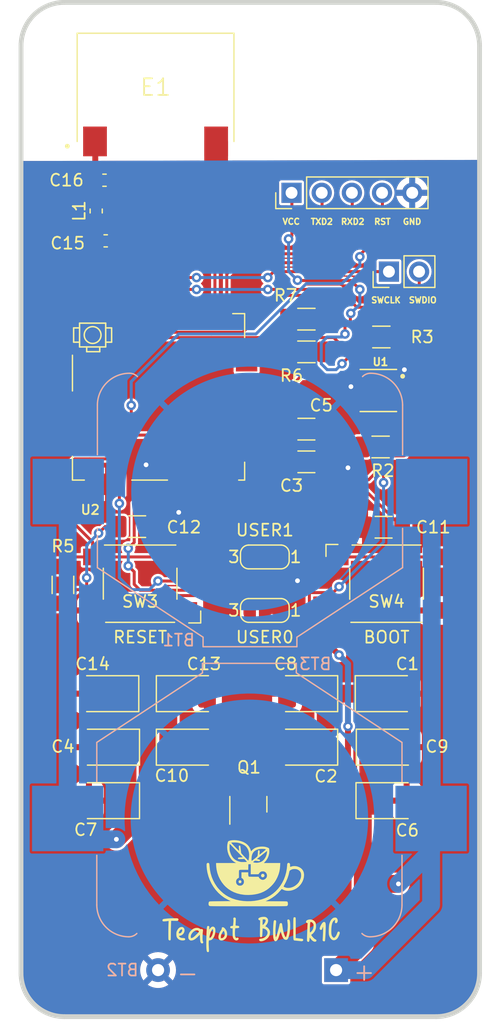
<source format=kicad_pcb>
(kicad_pcb (version 20211014) (generator pcbnew)
  (title_block (title "Teapot BWLR1C") (date "2022-08-24") (rev "1") (company "Teapot Laboratories"))
  (layers (0 "F.Cu" signal) (31 "B.Cu" signal) (34 "B.Paste" user) (35 "F.Paste" user) (36 "B.SilkS" user "B.Silkscreen") (37 "F.SilkS" user "F.Silkscreen") (38 "B.Mask" user) (39 "F.Mask" user) (44 "Edge.Cuts" user))
  (net 0 "")
  (net 1 "/BATT+")
  (net 2 "GND")
  (net 3 "/USER0")
  (net 4 "VCC")
  (net 5 "/USER1")
  (net 6 "/RST")
  (net 7 "/SWDIO")
  (net 8 "/SWCLK")
  (net 9 "/RXD2")
  (net 10 "/TXD2")
  (net 11 "/RF")
  (net 12 "Net-(R2-Pad2)")
  (net 13 "Net-(R3-Pad2)")
  (net 14 "/SDA")
  (net 15 "/SCL")
  (net 16 "Net-(SW4-Pad1)")
  (net 31 "Net-(C16-Pad2)")
  (footprint "Capacitor_SMD:C_1206_3216Metric_Pad1.33x1.80mm_HandSolder" (layer "F.Cu") (at 158 58.75 180)
    (fp_text reference "C5")
    (fp_text value "100nF")
  )
  (footprint "Button_Switch_SMD:SW_SPST_Omron_B3FS-100xP" (layer "F.Cu") (at 164.75 71.75)
    (fp_text reference "SW4")
    (fp_text value "BOOT")
  )
  (footprint "Teapot:EdgeCut_BWLR1C" (layer "F.Cu") (at 152.27 71.08)
    (fp_text reference "REF**")
    (fp_text value "EdgeCut_BWLR1C")
    (fp_line (start 19.239175 -47.15569) (end 19.239175 -47.15569) (layer "Edge.Cuts") (width 0.402166))
    (fp_line (start -16.070509 -47.937915) (end -15.904756 -48.003269) (layer "Edge.Cuts") (width 0.402166))
    (fp_line (start -18.135666 34.520643) (end -18.184851 34.347437) (layer "Edge.Cuts") (width 0.402166))
    (fp_line (start 20.150461 -45.636299) (end 20.198152 -45.46444) (layer "Edge.Cuts") (width 0.402166))
    (fp_line (start -17.103942 -47.276546) (end -16.971503 -47.391268) (layer "Edge.Cuts") (width 0.402166))
    (fp_line (start -16.070507 36.798411) (end -16.232188 36.725316) (layer "Edge.Cuts") (width 0.402166))
    (fp_line (start 18.078978 36.798411) (end 17.913226 36.863765) (layer "Edge.Cuts") (width 0.402166))
    (fp_line (start 16.658232 37.085245) (end 16.658232 37.085245) (layer "Edge.Cuts") (width 0.402166))
    (fp_line (start -17.46628 35.756985) (end -17.574637 35.619099) (layer "Edge.Cuts") (width 0.402166))
    (fp_line (start -18.184851 34.347437) (end -18.225608 34.170847) (layer "Edge.Cuts") (width 0.402166))
    (fp_line (start 19.77981 35.327904) (end 19.68487 35.475996) (layer "Edge.Cuts") (width 0.402166))
    (fp_line (start 18.217816 -47.874782) (end 18.376983 -47.794756) (layer "Edge.Cuts") (width 0.402166))
    (fp_line (start 17.719781 -48.066978) (end 17.888916 -48.011017) (layer "Edge.Cuts") (width 0.402166))
    (fp_line (start 19.239173 36.016186) (end 19.112411 36.137042) (layer "Edge.Cuts") (width 0.402166))
    (fp_line (start 17.214092 37.043189) (end 17.031424 37.066401) (layer "Edge.Cuts") (width 0.402166))
    (fp_line (start 20.198152 -45.46444) (end 20.237451 -45.290155) (layer "Edge.Cuts") (width 0.402166))
    (fp_line (start -16.833616 36.36012) (end -16.971502 36.251764) (layer "Edge.Cuts") (width 0.402166))
    (fp_line (start 17.393835 37.01109) (end 17.214092 37.043189) (layer "Edge.Cuts") (width 0.402166))
    (fp_line (start 20.266176 33.991103) (end 20.234077 34.170847) (layer "Edge.Cuts") (width 0.402166))
    (fp_line (start -18.295015 -44.762579) (end -18.28092 -44.947942) (layer "Edge.Cuts") (width 0.402166))
    (fp_line (start 20.086751 34.690238) (end 20.021397 34.85599) (layer "Edge.Cuts") (width 0.402166))
    (fp_line (start -15.385364 37.01109) (end -15.561954 36.970334) (layer "Edge.Cuts") (width 0.402166))
    (fp_line (start -16.54242 36.556823) (end -16.690512 36.461883) (layer "Edge.Cuts") (width 0.402166))
    (fp_line (start 19.958265 -46.134334) (end 20.030393 -45.971545) (layer "Edge.Cuts") (width 0.402166))
    (fp_line (start -18.135668 -45.660149) (end -18.078283 -45.829743) (layer "Edge.Cuts") (width 0.402166))
    (fp_line (start -17.6764 35.475996) (end -17.77134 35.327904) (layer "Edge.Cuts") (width 0.402166))
    (fp_line (start -17.10394 36.137042) (end -17.230703 36.016186) (layer "Edge.Cuts") (width 0.402166))
    (fp_line (start -18.078283 -45.829743) (end -18.012929 -45.995495) (layer "Edge.Cuts") (width 0.402166))
    (fp_line (start -18.299763 33.435243) (end -18.299764 -44.57475) (layer "Edge.Cuts") (width 0.402166))
    (fp_line (start -15.735162 -48.060654) (end -15.561956 -48.109839) (layer "Edge.Cuts") (width 0.402166))
    (fp_line (start -17.351559 35.889424) (end -17.46628 35.756985) (layer "Edge.Cuts") (width 0.402166))
    (fp_line (start -15.205622 -48.182694) (end -15.022955 -48.205906) (layer "Edge.Cuts") (width 0.402166))
    (fp_line (start 17.031424 37.066401) (end 16.846061 37.080496) (layer "Edge.Cuts") (width 0.402166))
    (fp_line (start 19.363984 -47.024537) (end 19.481639 -46.887966) (layer "Edge.Cuts") (width 0.402166))
    (fp_line (start -14.649762 37.085245) (end -14.649762 37.085245) (layer "Edge.Cuts") (width 0.402166))
    (fp_line (start 17.01899 -48.20689) (end 17.197227 -48.18475) (layer "Edge.Cuts") (width 0.402166))
    (fp_line (start 20.308232 33.435243) (end 20.303483 33.623072) (layer "Edge.Cuts") (width 0.402166))
    (fp_line (start 18.550891 36.556823) (end 18.39804 36.644711) (layer "Edge.Cuts") (width 0.402166))
    (fp_line (start -15.904756 -48.003269) (end -15.735162 -48.060654) (layer "Edge.Cuts") (width 0.402166))
    (fp_line (start -15.904755 36.863765) (end -16.070507 36.798411) (layer "Edge.Cuts") (width 0.402166))
    (fp_line (start 17.547922 -48.11467) (end 17.719781 -48.066978) (layer "Edge.Cuts") (width 0.402166))
    (fp_line (start 20.234077 34.170847) (end 20.193321 34.347437) (layer "Edge.Cuts") (width 0.402166))
    (fp_line (start 20.021397 34.85599) (end 19.948303 35.017672) (layer "Edge.Cuts") (width 0.402166))
    (fp_line (start 16.658232 37.085245) (end -14.649762 37.085245) (layer "Edge.Cuts") (width 0.402166))
    (fp_line (start 20.303746 -44.755743) (end 20.308232 -44.57475) (layer "Edge.Cuts") (width 0.402166))
    (fp_line (start -17.939833 35.017672) (end -18.012928 34.85599) (layer "Edge.Cuts") (width 0.402166))
    (fp_line (start -14.649762 37.085245) (end -14.83759 37.080496) (layer "Edge.Cuts") (width 0.402166))
    (fp_line (start 19.592016 -46.746279) (end 19.694991 -46.599772) (layer "Edge.Cuts") (width 0.402166))
    (fp_line (start -15.561954 36.970334) (end -15.735161 36.921149) (layer "Edge.Cuts") (width 0.402166))
    (fp_line (start -18.012929 -45.995495) (end -17.939835 -46.157176) (layer "Edge.Cuts") (width 0.402166))
    (fp_line (start 19.108021 -47.2805) (end 19.239175 -47.15569) (layer "Edge.Cuts") (width 0.402166))
    (fp_line (start 19.948303 35.017672) (end 19.867697 35.175053) (layer "Edge.Cuts") (width 0.402166))
    (fp_line (start -18.299763 33.435243) (end -18.299763 33.435243) (layer "Edge.Cuts") (width 0.402166))
    (fp_line (start 16.658232 -48.22475) (end 16.658232 -48.22475) (layer "Edge.Cuts") (width 0.402166))
    (fp_line (start 18.97145 -47.398155) (end 19.108021 -47.2805) (layer "Edge.Cuts") (width 0.402166))
    (fp_line (start -16.971503 -47.391268) (end -16.833617 -47.499625) (layer "Edge.Cuts") (width 0.402166))
    (fp_line (start 16.658232 -48.22475) (end 16.839226 -48.220264) (layer "Edge.Cuts") (width 0.402166))
    (fp_line (start 18.532229 -47.706957) (end 18.683255 -47.611507) (layer "Edge.Cuts") (width 0.402166))
    (fp_line (start 20.237451 -45.290155) (end 20.268232 -45.113745) (layer "Edge.Cuts") (width 0.402166))
    (fp_line (start -16.389571 -47.784215) (end -16.23219 -47.864821) (layer "Edge.Cuts") (width 0.402166))
    (fp_line (start 18.829762 -47.508532) (end 18.97145 -47.398155) (layer "Edge.Cuts") (width 0.402166))
    (fp_line (start 19.68487 35.475996) (end 19.583107 35.619099) (layer "Edge.Cuts") (width 0.402166))
    (fp_line (start -18.299764 -44.57475) (end -18.299764 -44.57475) (layer "Edge.Cuts") (width 0.402166))
    (fp_line (start 19.112411 36.137042) (end 18.979972 36.251764) (layer "Edge.Cuts") (width 0.402166))
    (fp_line (start 18.376983 -47.794756) (end 18.532229 -47.706957) (layer "Edge.Cuts") (width 0.402166))
    (fp_line (start -15.735161 36.921149) (end -15.904755 36.863765) (layer "Edge.Cuts") (width 0.402166))
    (fp_line (start -18.225608 34.170847) (end -18.257707 33.991103) (layer "Edge.Cuts") (width 0.402166))
    (fp_line (start 18.683255 -47.611507) (end 18.829762 -47.508532) (layer "Edge.Cuts") (width 0.402166))
    (fp_line (start -17.230704 -47.15569) (end -17.103942 -47.276546) (layer "Edge.Cuts") (width 0.402166))
    (fp_line (start 19.878239 -46.293501) (end 19.958265 -46.134334) (layer "Edge.Cuts") (width 0.402166))
    (fp_line (start 18.39804 36.644711) (end 18.240659 36.725316) (layer "Edge.Cuts") (width 0.402166))
    (fp_line (start 17.743632 36.921149) (end 17.570425 36.970334) (layer "Edge.Cuts") (width 0.402166))
    (fp_line (start -18.299764 -44.57475) (end -18.299764 -44.57475) (layer "Edge.Cuts") (width 0.402166))
    (fp_line (start 17.888916 -48.011017) (end 18.055027 -47.946911) (layer "Edge.Cuts") (width 0.402166))
    (fp_line (start -18.225609 -45.310353) (end -18.184853 -45.486942) (layer "Edge.Cuts") (width 0.402166))
    (fp_line (start -15.385366 -48.150595) (end -15.205622 -48.182694) (layer "Edge.Cuts") (width 0.402166))
    (fp_line (start -18.078282 34.690238) (end -18.135666 34.520643) (layer "Edge.Cuts") (width 0.402166))
    (fp_line (start -15.022953 37.066401) (end -15.205621 37.043189) (layer "Edge.Cuts") (width 0.402166))
    (fp_line (start 17.913226 36.863765) (end 17.743632 36.921149) (layer "Edge.Cuts") (width 0.402166))
    (fp_line (start -17.230703 36.016186) (end -17.351559 35.889424) (layer "Edge.Cuts") (width 0.402166))
    (fp_line (start 19.867697 35.175053) (end 19.77981 35.327904) (layer "Edge.Cuts") (width 0.402166))
    (fp_line (start -16.971502 36.251764) (end -17.10394 36.137042) (layer "Edge.Cuts") (width 0.402166))
    (fp_line (start -17.466282 -46.896489) (end -17.35156 -47.028928) (layer "Edge.Cuts") (width 0.402166))
    (fp_line (start -14.83759 37.080496) (end -15.022953 37.066401) (layer "Edge.Cuts") (width 0.402166))
    (fp_line (start 19.583107 35.619099) (end 19.474751 35.756985) (layer "Edge.Cuts") (width 0.402166))
    (fp_line (start 19.239175 -47.15569) (end 19.363984 -47.024537) (layer "Edge.Cuts") (width 0.402166))
    (fp_line (start -15.022955 -48.205906) (end -14.837592 -48.220001) (layer "Edge.Cuts") (width 0.402166))
    (fp_line (start -16.833617 -47.499625) (end -16.690514 -47.601388) (layer "Edge.Cuts") (width 0.402166))
    (fp_line (start 16.846061 37.080496) (end 16.658232 37.085245) (layer "Edge.Cuts") (width 0.402166))
    (fp_line (start 18.055027 -47.946911) (end 18.217816 -47.874782) (layer "Edge.Cuts") (width 0.402166))
    (fp_line (start 19.474751 35.756985) (end 19.360029 35.889424) (layer "Edge.Cuts") (width 0.402166))
    (fp_line (start 20.289388 33.808435) (end 20.266176 33.991103) (layer "Edge.Cuts") (width 0.402166))
    (fp_line (start 19.694991 -46.599772) (end 19.79044 -46.448746) (layer "Edge.Cuts") (width 0.402166))
    (fp_line (start -18.184853 -45.486942) (end -18.135668 -45.660149) (layer "Edge.Cuts") (width 0.402166))
    (fp_line (start -17.676402 -46.6155) (end -17.574639 -46.758604) (layer "Edge.Cuts") (width 0.402166))
    (fp_line (start 20.030393 -45.971545) (end 20.0945 -45.805434) (layer "Edge.Cuts") (width 0.402166))
    (fp_line (start 19.481639 -46.887966) (end 19.592016 -46.746279) (layer "Edge.Cuts") (width 0.402166))
    (fp_line (start 20.268232 -45.113745) (end 20.290371 -44.935508) (layer "Edge.Cuts") (width 0.402166))
    (fp_line (start -17.574639 -46.758604) (end -17.466282 -46.896489) (layer "Edge.Cuts") (width 0.402166))
    (fp_line (start -16.542422 -47.696328) (end -16.389571 -47.784215) (layer "Edge.Cuts") (width 0.402166))
    (fp_line (start 20.0945 -45.805434) (end 20.150461 -45.636299) (layer "Edge.Cuts") (width 0.402166))
    (fp_line (start -18.295014 33.623072) (end -18.299763 33.435243) (layer "Edge.Cuts") (width 0.402166))
    (fp_line (start -18.28092 -44.947942) (end -18.257708 -45.130609) (layer "Edge.Cuts") (width 0.402166))
    (fp_line (start 20.193321 34.347437) (end 20.144136 34.520643) (layer "Edge.Cuts") (width 0.402166))
    (fp_line (start 18.979972 36.251764) (end 18.842087 36.36012) (layer "Edge.Cuts") (width 0.402166))
    (fp_line (start -14.649763 -48.22475) (end -14.649763 -48.22475) (layer "Edge.Cuts") (width 0.402166))
    (fp_line (start -15.205621 37.043189) (end -15.385364 37.01109) (layer "Edge.Cuts") (width 0.402166))
    (fp_line (start 16.839226 -48.220264) (end 17.01899 -48.20689) (layer "Edge.Cuts") (width 0.402166))
    (fp_line (start -16.389569 36.644711) (end -16.54242 36.556823) (layer "Edge.Cuts") (width 0.402166))
    (fp_line (start -16.232188 36.725316) (end -16.389569 36.644711) (layer "Edge.Cuts") (width 0.402166))
    (fp_line (start 20.144136 34.520643) (end 20.086751 34.690238) (layer "Edge.Cuts") (width 0.402166))
    (fp_line (start -18.257708 -45.130609) (end -18.225609 -45.310353) (layer "Edge.Cuts") (width 0.402166))
    (fp_line (start -14.649763 -48.22475) (end 16.658232 -48.22475) (layer "Edge.Cuts") (width 0.402166))
    (fp_line (start 17.373638 -48.153969) (end 17.547922 -48.11467) (layer "Edge.Cuts") (width 0.402166))
    (fp_line (start 17.570425 36.970334) (end 17.393835 37.01109) (layer "Edge.Cuts") (width 0.402166))
    (fp_line (start -18.257707 33.991103) (end -18.280918 33.808435) (layer "Edge.Cuts") (width 0.402166))
    (fp_line (start 20.308232 -44.57475) (end 20.308232 33.435243) (layer "Edge.Cuts") (width 0.402166))
    (fp_line (start -17.859229 -46.314557) (end -17.771342 -46.467408) (layer "Edge.Cuts") (width 0.402166))
    (fp_line (start 20.308232 33.435243) (end 20.308232 33.435243) (layer "Edge.Cuts") (width 0.402166))
    (fp_line (start 18.240659 36.725316) (end 18.078978 36.798411) (layer "Edge.Cuts") (width 0.402166))
    (fp_line (start 20.303483 33.623072) (end 20.289388 33.808435) (layer "Edge.Cuts") (width 0.402166))
    (fp_line (start -17.859228 35.175053) (end -17.939833 35.017672) (layer "Edge.Cuts") (width 0.402166))
    (fp_line (start -18.280918 33.808435) (end -18.295014 33.623072) (layer "Edge.Cuts") (width 0.402166))
    (fp_line (start -17.35156 -47.028928) (end -17.230704 -47.15569) (layer "Edge.Cuts") (width 0.402166))
    (fp_line (start -17.939835 -46.157176) (end -17.859229 -46.314557) (layer "Edge.Cuts") (width 0.402166))
    (fp_line (start 18.842087 36.36012) (end 18.698983 36.461883) (layer "Edge.Cuts") (width 0.402166))
    (fp_line (start -17.77134 35.327904) (end -17.859228 35.175053) (layer "Edge.Cuts") (width 0.402166))
    (fp_line (start -16.690514 -47.601388) (end -16.542422 -47.696328) (layer "Edge.Cuts") (width 0.402166))
    (fp_line (start -18.299764 -44.57475) (end -18.295015 -44.762579) (layer "Edge.Cuts") (width 0.402166))
    (fp_line (start -17.574637 35.619099) (end -17.6764 35.475996) (layer "Edge.Cuts") (width 0.402166))
    (fp_line (start -18.012928 34.85599) (end -18.078282 34.690238) (layer "Edge.Cuts") (width 0.402166))
    (fp_line (start 19.360029 35.889424) (end 19.239173 36.016186) (layer "Edge.Cuts") (width 0.402166))
    (fp_line (start 19.79044 -46.448746) (end 19.878239 -46.293501) (layer "Edge.Cuts") (width 0.402166))
    (fp_line (start -17.771342 -46.467408) (end -17.676402 -46.6155) (layer "Edge.Cuts") (width 0.402166))
    (fp_line (start 20.308232 -44.57475) (end 20.308232 -44.57475) (layer "Edge.Cuts") (width 0.402166))
    (fp_line (start 20.290371 -44.935508) (end 20.303746 -44.755743) (layer "Edge.Cuts") (width 0.402166))
    (fp_line (start 18.698983 36.461883) (end 18.550891 36.556823) (layer "Edge.Cuts") (width 0.402166))
    (fp_line (start -16.23219 -47.864821) (end -16.070509 -47.937915) (layer "Edge.Cuts") (width 0.402166))
    (fp_line (start -15.561956 -48.109839) (end -15.385366 -48.150595) (layer "Edge.Cuts") (width 0.402166))
    (fp_line (start 17.197227 -48.18475) (end 17.373638 -48.153969) (layer "Edge.Cuts") (width 0.402166))
    (fp_line (start -14.837592 -48.220001) (end -14.649763 -48.22475) (layer "Edge.Cuts") (width 0.402166))
    (fp_line (start -16.690512 36.461883) (end -16.833616 36.36012) (layer "Edge.Cuts") (width 0.402166))
  )
  (footprint "Resistor_SMD:R_1206_3216Metric_Pad1.30x1.75mm_HandSolder" (layer "F.Cu") (at 158 49.5)
    (fp_text reference "R7")
    (fp_text value "10K")
  )
  (footprint "Jumper:SolderJumper-3_P1.3mm_Bridged12_RoundedPad1.0x1.5mm_NumberLabels" (layer "F.Cu") (at 154.5 74 180)
    (fp_text reference "JP1")
    (fp_text value "USER0")
  )
  (footprint "Capacitor_Tantalum_SMD:CP_EIA-3528-15_AVX-H_Pad1.50x2.35mm_HandSolder" (layer "F.Cu") (at 164.8375 85.5)
    (fp_text reference "C9")
    (fp_text value "330uF")
  )
  (footprint "Resistor_SMD:R_1206_3216Metric_Pad1.30x1.75mm_HandSolder" (layer "F.Cu") (at 164.25 60.25 180)
    (fp_text reference "R2")
    (fp_text value "10K")
  )
  (footprint "Capacitor_Tantalum_SMD:CP_EIA-3528-15_AVX-H_Pad1.50x2.35mm_HandSolder" (layer "F.Cu") (at 158 81 180)
    (fp_text reference "C8")
    (fp_text value "330uF")
  )
  (footprint "Capacitor_Tantalum_SMD:CP_EIA-3528-15_AVX-H_Pad1.50x2.35mm_HandSolder" (layer "F.Cu") (at 148 85.5)
    (fp_text reference "C10")
    (fp_text value "330uF")
  )
  (footprint "Capacitor_Tantalum_SMD:CP_EIA-3528-15_AVX-H_Pad1.50x2.35mm_HandSolder" (layer "F.Cu") (at 158 85.5 180)
    (fp_text reference "C2")
    (fp_text value "330uF")
  )
  (footprint "Capacitor_Tantalum_SMD:CP_EIA-3528-15_AVX-H_Pad1.50x2.35mm_HandSolder" (layer "F.Cu") (at 141.3125 85.5 180)
    (fp_text reference "C4")
    (fp_text value "330uF")
  )
  (footprint "Teapot:TextLogo_Teapot" (layer "F.Cu") (at 149.3 101.3)
    (fp_text reference "G***")
    (fp_text value "LOGO" hide)
  )
  (footprint "Capacitor_SMD:C_1206_3216Metric_Pad1.33x1.80mm_HandSolder" (layer "F.Cu") (at 143.75 66.95 180)
    (fp_text reference "C12")
    (fp_text value "100nF")
  )
  (footprint "Resistor_SMD:R_1206_3216Metric_Pad1.30x1.75mm_HandSolder" (layer "F.Cu") (at 137.5 71.85 90)
    (fp_text reference "R5")
    (fp_text value "1K")
  )
  (footprint "Teapot:XDCR_ANT-915-USP410" (layer "F.Cu") (at 145.3 30)
    (fp_text reference "E1")
    (fp_text value "ANT-915-USP410")
  )
  (footprint "Button_Switch_SMD:SW_SPST_Omron_B3FS-100xP" (layer "F.Cu") (at 144 71.75 180)
    (fp_text reference "SW3")
    (fp_text value "RESET")
  )
  (footprint "Capacitor_Tantalum_SMD:CP_EIA-3528-15_AVX-H_Pad1.50x2.35mm_HandSolder" (layer "F.Cu") (at 148 81)
    (fp_text reference "C13")
    (fp_text value "330uF")
  )
  (footprint "Capacitor_Tantalum_SMD:CP_EIA-3528-15_AVX-H_Pad1.50x2.35mm_HandSolder" (layer "F.Cu") (at 141.25 81 180)
    (fp_text reference "C14")
    (fp_text value "330uF")
  )
  (footprint "Resistor_SMD:R_1206_3216Metric_Pad1.30x1.75mm_HandSolder" (layer "F.Cu") (at 164.3125 51)
    (fp_text reference "R3")
    (fp_text value "10K")
  )
  (footprint "Teapot:BME680-PSON80P300X300X100-8N" (layer "F.Cu") (at 164.06 55.5)
    (fp_text reference "U1")
    (fp_text value "BME680")
  )
  (footprint "Capacitor_Tantalum_SMD:CP_EIA-3528-15_AVX-H_Pad1.50x2.35mm_HandSolder" (layer "F.Cu") (at 164.8125 90)
    (fp_text reference "C6")
    (fp_text value "330uF")
  )
  (footprint "Teapot:RAK3172" (layer "F.Cu") (at 137.8 63.535)
    (fp_text reference "U2")
    (fp_text value "RAK3172")
  )
  (footprint "Capacitor_Tantalum_SMD:CP_EIA-3528-15_AVX-H_Pad1.50x2.35mm_HandSolder" (layer "F.Cu") (at 164.75 81)
    (fp_text reference "C1")
    (fp_text value "330uF")
  )
  (footprint "Resistor_SMD:R_1206_3216Metric_Pad1.30x1.75mm_HandSolder" (layer "F.Cu") (at 158 52.25)
    (fp_text reference "R6")
    (fp_text value "10K")
  )
  (footprint "Teapot:TeapotLogo" (layer "F.Cu") (at 153.227567 96.031975)
    (fp_text reference "G***")
    (fp_text value "LOGO" hide)
  )
  (footprint "Capacitor_SMD:C_1206_3216Metric_Pad1.33x1.80mm_HandSolder" (layer "F.Cu") (at 164.5 67)
    (fp_text reference "C11")
    (fp_text value "100nF")
  )
  (footprint "Connector_PinHeader_2.54mm:PinHeader_1x02_P2.54mm_Vertical" (layer "F.Cu") (at 164.95 45.5 90)
    (fp_text reference "J2")
    (fp_text value "Debug")
  )
  (footprint "Connector_PinHeader_2.54mm:PinHeader_1x05_P2.54mm_Vertical" (layer "F.Cu") (at 156.75 38.87 90)
    (fp_text reference "J1")
    (fp_text value "Program")
  )
  (footprint "Capacitor_SMD:C_0603_1608Metric" (layer "F.Cu") (at 141 37.8125 180)
    (fp_text reference "C16")
    (fp_text value "? F")
  )
  (footprint "Teapot:TextLogo_BWLR1C" (layer "F.Cu") (at 157.4 100.8)
    (fp_text reference "G***")
    (fp_text value "LOGO" hide)
  )
  (footprint "Capacitor_SMD:C_0603_1608Metric" (layer "F.Cu") (at 141.1 42.9125 180)
    (fp_text reference "C15")
    (fp_text value "? F")
  )
  (footprint "Jumper:SolderJumper-3_P1.3mm_Bridged12_RoundedPad1.0x1.5mm_NumberLabels" (layer "F.Cu") (at 154.5 69.5 180)
    (fp_text reference "JP2")
    (fp_text value "USER1")
  )
  (footprint "Package_TO_SOT_SMD:SOT-23" (layer "F.Cu") (at 153.1125 90.3 90)
    (fp_text reference "Q1")
    (fp_text value "AO3407")
  )
  (footprint "Inductor_SMD:L_0603_1608Metric" (layer "F.Cu") (at 140.3 40.4 90)
    (fp_text reference "L1")
    (fp_text value "? H")
  )
  (footprint "Capacitor_SMD:C_1206_3216Metric_Pad1.33x1.80mm_HandSolder" (layer "F.Cu") (at 158 61.5 180)
    (fp_text reference "C3")
    (fp_text value "100nF")
  )
  (footprint "Capacitor_Tantalum_SMD:CP_EIA-3528-15_AVX-H_Pad1.50x2.35mm_HandSolder" (layer "F.Cu") (at 141.3125 90 180)
    (fp_text reference "C7")
    (fp_text value "330uF")
  )
  (footprint "Teapot:BatteryHolder_Keystone_3008_1x2450" (layer "B.Cu") (at 153.2 91.5 180)
    (fp_text reference "BT3")
    (fp_text value "CR2450")
  )
  (footprint "Teapot:BatteryHolder_Keystone_2462_2xAA" (layer "B.Cu") (at 160.5 104.25 90)
    (fp_text reference "BT2")
    (fp_text value "2x AA")
  )
  (footprint "Teapot:BatteryHolder_Keystone_3008_1x2450" (layer "B.Cu") (at 153.25 64)
    (fp_text reference "BT1")
    (fp_text value "CR2450")
  )
  (gr_text "GND" (at 166.9 41.3) (layer "F.SilkS") (effects (font (size 0.5 0.5) (thickness 0.125))))
  (gr_text "SWCLK" (at 164.7 47.9) (layer "F.SilkS") (effects (font (size 0.5 0.5) (thickness 0.125))))
  (gr_text "TXD2\n" (at 159.3 41.3) (layer "F.SilkS") (effects (font (size 0.5 0.5) (thickness 0.125))))
  (gr_text "VCC" (at 156.72 41.29) (layer "F.SilkS") (effects (font (size 0.5 0.5) (thickness 0.125))))
  (gr_text "RXD2" (at 161.9 41.3) (layer "F.SilkS") (effects (font (size 0.5 0.5) (thickness 0.125))))
  (gr_text "SWDIO" (at 167.8 47.9) (layer "F.SilkS") (effects (font (size 0.5 0.5) (thickness 0.125))))
  (gr_text "RST" (at 164.4 41.3) (layer "F.SilkS") (effects (font (size 0.5 0.5) (thickness 0.125))))
  (segment (start 152.75 89) (end 153.1125 89.3625) (width 1.5) (layer "F.Cu") (net 1))
  (segment (start 142.9375 81.0625) (end 142.875 81) (width 1.5) (layer "F.Cu") (net 1))
  (segment (start 163.2125 85.5) (end 163.2125 89.975) (width 1.5) (layer "F.Cu") (net 1))
  (segment (start 162.75 98) (end 162.75 90.4375) (width 1.5) (layer "F.Cu") (net 1))
  (segment (start 163.125 81) (end 163.125 85.4125) (width 1.5) (layer "F.Cu") (net 1))
  (segment (start 163.2125 89.975) (end 163.1875 90) (width 1.5) (layer "F.Cu") (net 1))
  (segment (start 163.75 97) (end 162.75 98) (width 1.5) (layer "F.Cu") (net 1))
  (segment (start 158.3875 89.3625) (end 159.625 88.125) (width 1.5) (layer "F.Cu") (net 1))
  (segment (start 142.9375 90) (end 142.9375 85.5) (width 1.5) (layer "F.Cu") (net 1))
  (segment (start 160.5 104.25) (end 162.75 102) (width 1.5) (layer "F.Cu") (net 1))
  (segment (start 149.25 89) (end 152.75 89) (width 1.5) (layer "F.Cu") (net 1))
  (segment (start 142.875 81) (end 146.375 81) (width 1.5) (layer "F.Cu") (net 1))
  (segment (start 142.9375 92.3125) (end 142 93.25) (width 1.5) (layer "F.Cu") (net 1))
  (segment (start 142.9375 90) (end 142.9375 92.3125) (width 1.5) (layer "F.Cu") (net 1))
  (segment (start 142.9375 85.5) (end 142.9375 81.0625) (width 1.5) (layer "F.Cu") (net 1))
  (segment (start 163.125 85.4125) (end 163.2125 85.5) (width 1.5) (layer "F.Cu") (net 1))
  (segment (start 162.75 90.4375) (end 163.1875 90) (width 1.5) (layer "F.Cu") (net 1))
  (segment (start 148.25 90) (end 149.25 89) (width 1.5) (layer "F.Cu") (net 1))
  (segment (start 159.625 81) (end 163.125 81) (width 1.5) (layer "F.Cu") (net 1))
  (segment (start 146.375 81) (end 146.375 85.5) (width 1.5) (layer "F.Cu") (net 1))
  (segment (start 159.625 85.5) (end 159.625 81) (width 1.5) (layer "F.Cu") (net 1))
  (segment (start 162.75 102) (end 162.75 98) (width 1.5) (layer "F.Cu") (net 1))
  (segment (start 159.625 88.125) (end 159.625 85.5) (width 1.5) (layer "F.Cu") (net 1))
  (segment (start 153.1125 89.3625) (end 158.3875 89.3625) (width 1.5) (layer "F.Cu") (net 1))
  (segment (start 142.9375 90) (end 148.25 90) (width 1.5) (layer "F.Cu") (net 1))
  (segment (start 165.75 97) (end 163.75 97) (width 1.5) (layer "F.Cu") (net 1))
  (via (at 142 93.25) (size 0.8) (drill 0.4) (layers "F.Cu" "B.Cu") (net 1))
  (via (at 165.75 97) (size 0.8) (drill 0.4) (layers "F.Cu" "B.Cu") (net 1))
  (segment (start 139.65 93.25) (end 137.9 91.5) (width 1.5) (layer "B.Cu") (net 1))
  (segment (start 168.55 64) (end 168.55 91.45) (width 1.5) (layer "B.Cu") (net 1))
  (segment (start 168.5 91.5) (end 168.5 94.25) (width 1.5) (layer "B.Cu") (net 1))
  (segment (start 168.5 94.25) (end 165.75 97) (width 1.5) (layer "B.Cu") (net 1))
  (segment (start 160.5 104.25) (end 163 104.25) (width 1.5) (layer "B.Cu") (net 1))
  (segment (start 168.55 91.45) (end 168.5 91.5) (width 1.5) (layer "B.Cu") (net 1))
  (segment (start 168.5 98.75) (end 168.5 91.5) (width 1.5) (layer "B.Cu") (net 1))
  (segment (start 137.9 64.05) (end 137.95 64) (width 1.5) (layer "B.Cu") (net 1))
  (segment (start 163 104.25) (end 168.5 98.75) (width 1.5) (layer "B.Cu") (net 1))
  (segment (start 142 93.25) (end 139.65 93.25) (width 1.5) (layer "B.Cu") (net 1))
  (segment (start 137.9 91.5) (end 137.9 64.05) (width 1.5) (layer "B.Cu") (net 1))
  (segment (start 161 61.5) (end 161.5 62) (width 0.5) (layer "F.Cu") (net 2))
  (segment (start 156.75 69.5) (end 157 69.75) (width 0.25) (layer "F.Cu") (net 2))
  (segment (start 165.25 54.3) (end 165.7 54.3) (width 0.25) (layer "F.Cu") (net 2))
  (segment (start 159.5625 58.75) (end 160 58.75) (width 0.5) (layer "F.Cu") (net 2))
  (segment (start 139.6875 81.0625) (end 139.625 81) (width 1.5) (layer "F.Cu") (net 2))
  (segment (start 162.875 55.1) (end 161.8255 55.1) (width 0.25) (layer "F.Cu") (net 2))
  (segment (start 159.5625 61.5) (end 161 61.5) (width 0.5) (layer "F.Cu") (net 2))
  (segment (start 157.25 70) (end 157.25 71.5) (width 0.25) (layer "F.Cu") (net 2))
  (segment (start 155.8 69.5) (end 155.8 74) (width 0.25) (layer "F.Cu") (net 2))
  (segment (start 165.7 54.3) (end 166.25 53.75) (width 0.25) (layer "F.Cu") (net 2))
  (segment (start 161.8255 55.1) (end 161.75 55.1755) (width 0.25) (layer "F.Cu") (net 2))
  (segment (start 145.3125 66.95) (end 145.3125 67.487248) (width 0.25) (layer "F.Cu") (net 2))
  (segment (start 141.8625 37.9) (end 141.775 37.8125) (width 0.5) (layer "F.Cu") (net 2))
  (segment (start 150.4 37.9) (end 150.4 34.55) (width 0.5) (layer "F.Cu") (net 2))
  (segment (start 159.5625 58.75) (end 159.5625 61.5) (width 0.5) (layer "F.Cu") (net 2))
  (segment (start 155.8 69.5) (end 156.75 69.5) (width 0.25) (layer "F.Cu") (net 2))
  (segment (start 150.4 37.3) (end 150.4 34.6) (width 2) (layer "F.Cu") (net 2))
  (segment (start 150.4 37.9) (end 141.8625 37.9) (width 0.5) (layer "F.Cu") (net 2))
  (segment (start 157 69.75) (end 157.25 70) (width 0.25) (layer "F.Cu") (net 2))
  (via (at 157.25 71.5) (size 0.8) (drill 0.4) (layers "F.Cu" "B.Cu") (net 2))
  (via (at 161.75 55.1755) (size 0.8) (drill 0.4) (layers "F.Cu" "B.Cu") (net 2))
  (via (at 166.25 53.75) (size 0.8) (drill 0.4) (layers "F.Cu" "B.Cu") (net 2))
  (via (at 161.5 62) (size 0.8) (drill 0.4) (layers "F.Cu" "B.Cu") (net 2))
  (via (at 144.5 61.75) (size 0.8) (drill 0.4) (layers "F.Cu" "B.Cu") (net 2))
  (via (at 147.25 65.75) (size 0.8) (drill 0.4) (layers "F.Cu" "B.Cu") (net 2))
  (segment (start 155.25 62) (end 153.25 64) (width 0.5) (layer "B.Cu") (net 2))
  (segment (start 157.25 71.5) (end 157.25 68) (width 0.25) (layer "B.Cu") (net 2))
  (segment (start 161.5 62) (end 155.25 62) (width 0.5) (layer "B.Cu") (net 2))
  (segment (start 143 68.7755) (end 143.5 68.2755) (width 0.25) (layer "F.Cu") (net 3))
  (segment (start 143.5 71.75) (end 143.5 70.75) (width 0.25) (layer "F.Cu") (net 3))
  (segment (start 144 72.3) (end 143.5 71.8) (width 0.25) (layer "F.Cu") (net 3))
  (segment (start 154.5 74) (end 154.5 73) (width 0.25) (layer "F.Cu") (net 3))
  (segment (start 143.5 68.2755) (end 143.5 65) (width 0.25) (layer "F.Cu") (net 3))
  (segment (start 143.5 65) (end 145.1 63.4) (width 0.25) (layer "F.Cu") (net 3))
  (segment (start 143.5 71.8) (end 143.5 71.75) (width 0.25) (layer "F.Cu") (net 3))
  (segment (start 153.8 72.3) (end 144 72.3) (width 0.25) (layer "F.Cu") (net 3))
  (segment (start 143.5 70.75) (end 143 70.25) (width 0.25) (layer "F.Cu") (net 3))
  (segment (start 154.5 73) (end 153.8 72.3) (width 0.25) (layer "F.Cu") (net 3))
  (segment (start 145.1 63.4) (end 147.2975 63.4) (width 0.25) (layer "F.Cu") (net 3))
  (via (at 143 68.7755) (size 0.8) (drill 0.4) (layers "F.Cu" "B.Cu") (net 3))
  (via (at 143 70.25) (size 0.8) (drill 0.4) (layers "F.Cu" "B.Cu") (net 3))
  (segment (start 143 70.25) (end 143 68.7755) (width 0.25) (layer "B.Cu") (net 3))
  (segment (start 153.2 75.2) (end 154 76) (width 0.25) (layer "F.Cu") (net 4))
  (segment (start 141.05 66.95) (end 140.5 67.5) (width 0.25) (layer "F.Cu") (net 4))
  (segment (start 156.4375 61.5) (end 156.4375 58.75) (width 0.25) (layer "F.Cu") (net 4))
  (segment (start 139.5 71.25) (end 139.5 72.25) (width 0.25) (layer "F.Cu") (net 4))
  (segment (start 142.1875 66.95) (end 141.05 66.95) (width 0.25) (layer "F.Cu") (net 4))
  (segment (start 162.525305 51) (end 162.7625 51) (width 0.25) (layer "F.Cu") (net 4))
  (segment (start 169.25 56.25) (end 169.25 50.25) (width 0.25) (layer "F.Cu") (net 4))
  (segment (start 161.7 49.05) (end 161.7 50.174695) (width 0.25) (layer "F.Cu") (net 4))
  (segment (start 165.8 60.45) (end 165.8 60.25) (width 0.25) (layer "F.Cu") (net 4))
  (segment (start 164 57.25) (end 164 56.25) (width 0.25) (layer "F.Cu") (net 4))
  (segment (start 161 51.75) (end 162.0125 51.75) (width 0.25) (layer "F.Cu") (net 4))
  (segment (start 160.75 90.25) (end 161.5 89.5) (width 0.5) (layer "F.Cu") (net 4))
  (segment (start 161.75 46.25) (end 162.5 47) (width 0.25) (layer "F.Cu") (net 4))
  (segment (start 165.8 59.05) (end 164 57.25) (width 0.25) (layer "F.Cu") (net 4))
  (segment (start 164.5 63.25) (end 164.5 61.75) (width 0.25) (layer "F.Cu") (net 4))
  (segment (start 160.25 72.5) (end 160.75 72) (width 0.25) (layer "F.Cu") (net 4))
  (segment (start 167 57.75) (end 167.75 57.75) (width 0.25) (layer "F.Cu") (net 4))
  (segment (start 162.0125 51.75) (end 162.7625 51) (width 0.25) (layer "F.Cu") (net 4))
  (segment (start 159.7625 91.2375) (end 160.75 90.25) (width 0.5) (layer "F.Cu") (net 4))
  (segment (start 164.5 61.75) (end 165.8 60.45) (width 0.25) (layer "F.Cu") (net 4))
  (segment (start 159.05 51.05) (end 160.3 51.05) (width 0.25) (layer "F.Cu") (net 4))
  (segment (start 162.7625 49.9875) (end 162.7625 51) (width 0.25) (layer "F.Cu") (net 4))
  (segment (start 165.8 60.25) (end 165.8 58.95) (width 0.25) (layer "F.Cu") (net 4))
  (segment (start 154.25 66.75) (end 153.2 67.8) (width 0.25) (layer "F.Cu") (net 4))
  (segment (start 151.2975 67.5975) (end 151.2975 63.4) (width 0.25) (layer "F.Cu") (net 4))
  (segment (start 158.25 67.5) (end 157.5 66.75) (width 0.25) (layer "F.Cu") (net 4))
  (segment (start 156.4375 58.75) (end 156.4375 55.4125) (width 0.25) (layer "F.Cu") (net 4))
  (segment (start 165.8 58.95) (end 167 57.75) (width 0.25) (layer "F.Cu") (net 4))
  (segment (start 157.25 76) (end 158.25 75) (width 0.25) (layer "F.Cu") (net 4))
  (segment (start 161.7 50.174695) (end 162.525305 51) (width 0.25) (layer "F.Cu") (net 4))
  (segment (start 158.25 72.5) (end 160.25 72.5) (width 0.25) (layer "F.Cu") (net 4))
  (segment (start 167.75 57.75) (end 169.25 56.25) (width 0.25) (layer "F.Cu") (net 4))
  (segment (start 151.95 72.75) (end 153.2 74) (width 0.25) (layer "F.Cu") (net 4))
  (segment (start 161.737701 49.012299) (end 161.7 49.05) (width 0.25) (layer "F.Cu") (net 4))
  (segment (start 157.25 46.2245) (end 157.2755 46.25) (width 0.25) (layer "F.Cu") (net 4))
  (segment (start 153.2 74) (end 153.2 75.2) (width 0.25) (layer "F.Cu") (net 4))
  (segment (start 168.25 49.25) (end 163.5 49.25) (width 0.25) (layer "F.Cu") (net 4))
  (segment (start 164 56.25) (end 163.65 55.9) (width 0.25) (layer "F.Cu") (net 4))
  (segment (start 165.8 60.25) (end 165.8 59.05) (width 0.25) (layer "F.Cu") (net 4))
  (segment (start 157.5 63) (end 163.25 63) (width 0.25) (layer "F.Cu") (net 4))
  (segment (start 140.5 72.25) (end 141 72.75) (width 0.25) (layer "F.Cu") (net 4))
  (segment (start 169.25 50.25) (end 168.25 49.25) (width 0.25) (layer "F.Cu") (net 4))
  (segment (start 161.3 55.9) (end 159.7 54.3) (width 0.25) (layer "F.Cu") (net 4))
  (segment (start 159.7 54.3) (end 162.875 54.3) (width 0.25) (layer "F.Cu") (net 4))
  (segment (start 158.25 75.25) (end 158.25 75) (width 0.5) (layer "F.Cu") (net 4))
  (segment (start 156.45 53.2) (end 157.55 54.3) (width 0.25) (layer "F.Cu") (net 4))
  (segment (start 160.75 77.75) (end 158.25 75.25) (width 0.5) (layer "F.Cu") (net 4))
  (segment (start 158.25 75) (end 158.25 72.5) (width 0.25) (layer "F.Cu") (net 4))
  (segment (start 157.55 54.3) (end 159.7 54.3) (width 0.25) (layer "F.Cu") (net 4))
  (segment (start 156.78 42.47) (end 156.78 38.9) (width 0.25) (layer "F.Cu") (net 4))
  (segment (start 156.45 52.25) (end 156.45 53.2) (width 0.25) (layer "F.Cu") (net 4))
  (segment (start 163.65 55.9) (end 162.875 55.9) (width 0.25) (layer "F.Cu") (net 4))
  (segment (start 139.5 72.25) (end 140.5 72.25) (width 0.25) (layer "F.Cu") (net 4))
  (segment (start 157.5 49.5) (end 159.05 51.05) (width 0.25) (layer "F.Cu") (net 4))
  (segment (start 156.4375 61.5) (end 156.4375 61.9375) (width 0.25) (layer "F.Cu") (net 4))
  (segment (start 163.5 49.25) (end 162.7625 49.9875) (width 0.25) (layer "F.Cu") (net 4))
  (segment (start 162.875 55.9) (end 161.3 55.9) (width 0.25) (layer "F.Cu") (net 4))
  (segment (start 153.2 69.5) (end 151.2975 67.5975) (width 0.25) (layer "F.Cu") (net 4))
  (segment (start 154 76) (end 157.25 76) (width 0.25) (layer "F.Cu") (net 4))
  (segment (start 156.4375 55.4125) (end 157.55 54.3) (width 0.25) (layer "F.Cu") (net 4))
  (segment (start 160.3 51.05) (end 161 51.75) (width 0.25) (layer "F.Cu") (net 4))
  (segment (start 154.0625 91.2375) (end 159.7625 91.2375) (width 0.5) (layer "F.Cu") (net 4))
  (segment (start 141 72.75) (end 151.95 72.75) (width 0.25) (layer "F.Cu") (net 4))
  (segment (start 138.65 72.25) (end 139.5 72.25) (width 0.25) (layer "F.Cu") (net 4))
  (segment (start 158.25 72.5) (end 158.25 67.5) (width 0.25) (layer "F.Cu") (net 4))
  (segment (start 153.2 67.8) (end 153.2 69.5) (width 0.25) (layer "F.Cu") (net 4))
  (segment (start 157.5 66.75) (end 154.25 66.75) (width 0.25) (layer "F.Cu") (net 4))
  (segment (start 157.2755 46.25) (end 161.75 46.25) (width 0.25) (layer "F.Cu") (net 4))
  (segment (start 156.4375 61.9375) (end 157.5 63) (width 0.25) (layer "F.Cu") (net 4))
  (segment (start 161.5 89.5) (end 161.5 83.75) (width 0.5) (layer "F.Cu") (net 4))
  (segment (start 137.5 73.4) (end 138.65 72.25) (width 0.25) (layer "F.Cu") (net 4))
  (segment (start 156.5 42.75) (end 156.78 42.47) (width 0.25) (layer "F.Cu") (net 4))
  (segment (start 163.25 63) (end 164.5 61.75) (width 0.25) (layer "F.Cu") (net 4))
  (segment (start 156.45 49.5) (end 157.5 49.5) (width 0.25) (layer "F.Cu") (net 4))
  (via (at 162.5 47) (size 0.8) (drill 0.4) (layers "F.Cu" "B.Cu") (net 4))
  (via (at 157.25 46.2245) (size 0.8) (drill 0.4) (layers "F.Cu" "B.Cu") (net 4))
  (via (at 156.5 42.75) (size 0.8) (drill 0.4) (layers "F.Cu" "B.Cu") (net 4))
  (via (at 161.737701 49.012299) (size 0.8) (drill 0.4) (layers "F.Cu" "B.Cu") (net 4))
  (via (at 139.5 71.25) (size 0.8) (drill 0.4) (layers "F.Cu" "B.Cu") (net 4))
  (via (at 160.75 72) (size 0.8) (drill 0.4) (layers "F.Cu" "B.Cu") (net 4))
  (via (at 164.5 63.25) (size 0.8) (drill 0.4) (layers "F.Cu" "B.Cu") (net 4))
  (via (at 140.5 67.5) (size 0.8) (drill 0.4) (layers "F.Cu" "B.Cu") (net 4))
  (via (at 160.75 77.75) (size 0.8) (drill 0.4) (layers "F.Cu" "B.Cu") (net 4))
  (via (at 161.5 83.75) (size 0.8) (drill 0.4) (layers "F.Cu" "B.Cu") (net 4))
  (segment (start 161.5 83.75) (end 161.5 78.5) (width 0.5) (layer "B.Cu") (net 4))
  (segment (start 156.5 42.75) (end 156.5 45.4745) (width 0.25) (layer "B.Cu") (net 4))
  (segment (start 140.5 67.5) (end 139.5 68.5) (width 0.25) (layer "B.Cu") (net 4))
  (segment (start 139.5 68.5) (end 139.5 71.25) (width 0.25) (layer "B.Cu") (net 4))
  (segment (start 162.5 47) (end 162.5 48.25) (width 0.25) (layer "B.Cu") (net 4))
  (segment (start 164.5 68.25) (end 164.5 63.25) (width 0.25) (layer "B.Cu") (net 4))
  (segment (start 161.5 78.5) (end 160.75 77.75) (width 0.5) (layer "B.Cu") (net 4))
  (segment (start 162.5 48.25) (end 161.737701 49.012299) (width 0.25) (layer "B.Cu") (net 4))
  (segment (start 156.5 45.4745) (end 157.25 46.2245) (width 0.25) (layer "B.Cu") (net 4))
  (segment (start 160.75 72) (end 164.5 68.25) (width 0.25) (layer "B.Cu") (net 4))
  (segment (start 153.4745 71.5255) (end 145.5 71.5255) (width 0.25) (layer "F.Cu") (net 5))
  (segment (start 142.25 65) (end 142.25 63.4475) (width 0.25) (layer "F.Cu") (net 5))
  (segment (start 154.5 70.5) (end 153.4745 71.5255) (width 0.25) (layer "F.Cu") (net 5))
  (segment (start 154.5 69.5) (end 154.5 70.5) (width 0.25) (layer "F.Cu") (net 5))
  (segment (start 142.25 63.4475) (end 142.2975 63.4) (width 0.25) (layer "F.Cu") (net 5))
  (via (at 145.5 71.5255) (size 0.8) (drill 0.4) (layers "F.Cu" "B.Cu") (net 5))
  (via (at 142.25 65) (size 0.8) (drill 0.4) (layers "F.Cu" "B.Cu") (net 5))
  (segment (start 142.25 71.25) (end 142.25 65) (width 0.25) (layer "B.Cu") (net 5))
  (segment (start 144.7755 72.25) (end 143.25 72.25) (width 0.25) (layer "B.Cu") (net 5))
  (segment (start 143.25 72.25) (end 142.25 71.25) (width 0.25) (layer "B.Cu") (net 5))
  (segment (start 145.5 71.5255) (end 144.7755 72.25) (width 0.25) (layer "B.Cu") (net 5))
  (segment (start 145.75 60.5) (end 144.5 59.25) (width 0.25) (layer "F.Cu") (net 6))
  (segment (start 155.75 64) (end 152.25 60.5) (width 0.25) (layer "F.Cu") (net 6))
  (segment (start 142.75 59.75) (end 143.25 59.25) (width 0.25) (layer "F.Cu") (net 6))
  (segment (start 166.0625 67) (end 163.0625 64) (width 0.25) (layer "F.Cu") (net 6))
  (segment (start 144.5 59.25) (end 143.25 59.25) (width 0.25) (layer "F.Cu") (net 6))
  (segment (start 138.3 69.5) (end 140 69.5) (width 0.25) (layer "F.Cu") (net 6))
  (segment (start 140 68.25) (end 139.25 67.5) (width 0.25) (layer "F.Cu") (net 6))
  (segment (start 162.5 44.1) (end 164.4 42.2) (width 0.25) (layer "F.Cu") (net 6))
  (segment (start 139.75 61.25) (end 141.25 61.25) (width 0.25) (layer "F.Cu") (net 6))
  (segment (start 140 69.5) (end 148 69.5) (width 0.25) (layer "F.Cu") (net 6))
  (segment (start 137.5 65.75) (end 137.5 62.25) (width 0.25) (layer "F.Cu") (net 6))
  (segment (start 152.25 60.5) (end 145.75 60.5) (width 0.25) (layer "F.Cu") (net 6))
  (segment (start 149.2975 68.2025) (end 149.2975 63.4) (width 0.25) (layer "F.Cu") (net 6))
  (segment (start 164.4 42.2) (end 164.4 38.9) (width 0.25) (layer "F.Cu") (net 6))
  (segment (start 138.5 61.25) (end 139.75 61.25) (width 0.25) (layer "F.Cu") (net 6))
  (segment (start 137.5 62.25) (end 138.5 61.25) (width 0.25) (layer "F.Cu") (net 6))
  (segment (start 143.25 59.25) (end 143.25 56.75) (width 0.25) (layer "F.Cu") (net 6))
  (segment (start 148 69.5) (end 149.2975 68.2025) (width 0.25) (layer "F.Cu") (net 6))
  (segment (start 139.25 67.5) (end 137.5 65.75) (width 0.25) (layer "F.Cu") (net 6))
  (segment (start 162.5 44.25) (end 162.5 44.1) (width 0.25) (layer "F.Cu") (net 6))
  (segment (start 163.0625 64) (end 155.75 64) (width 0.25) (layer "F.Cu") (net 6))
  (segment (start 137.5 70.3) (end 138.3 69.5) (width 0.25) (layer "F.Cu") (net 6))
  (segment (start 140 69.5) (end 140 68.25) (width 0.25) (layer "F.Cu") (net 6))
  (segment (start 141.25 61.25) (end 142.75 59.75) (width 0.25) (layer "F.Cu") (net 6))
  (via (at 162.5 44.25) (size 0.8) (drill 0.4) (layers "F.Cu" "B.Cu") (net 6))
  (via (at 143.25 56.75) (size 0.8) (drill 0.4) (layers "F.Cu" "B.Cu") (net 6))
  (segment (start 161 46.5) (end 162.5 45) (width 0.25) (layer "B.Cu") (net 6))
  (segment (start 147.25 50.75) (end 150 50.75) (width 0.25) (layer "B.Cu") (net 6))
  (segment (start 143.25 54.75) (end 144.25 53.75) (width 0.25) (layer "B.Cu") (net 6))
  (segment (start 157.5 47) (end 158 46.5) (width 0.25) (layer "B.Cu") (net 6))
  (segment (start 158 46.5) (end 161 46.5) (width 0.25) (layer "B.Cu") (net 6))
  (segment (start 150 50.75) (end 153.75 50.75) (width 0.25) (layer "B.Cu") (net 6))
  (segment (start 153.75 50.75) (end 157.5 47) (width 0.25) (layer "B.Cu") (net 6))
  (segment (start 162.5 45) (end 162.5 44.25) (width 0.25) (layer "B.Cu") (net 6))
  (segment (start 143.25 56.75) (end 143.25 54.75) (width 0.25) (layer "B.Cu") (net 6))
  (segment (start 144.25 53.75) (end 147.25 50.75) (width 0.25) (layer "B.Cu") (net 6))
  (segment (start 167.5 48.25) (end 167.5 45.5) (width 0.25) (layer "F.Cu") (net 7))
  (segment (start 162.25 48.5) (end 167.25 48.5) (width 0.25) (layer "F.Cu") (net 7))
  (segment (start 154.75 47) (end 160.75 47) (width 0.25) (layer "F.Cu") (net 7))
  (segment (start 145.2975 47.45) (end 145.2975 48.6) (width 0.25) (layer "F.Cu") (net 7))
  (segment (start 148.75 47) (end 145.7475 47) (width 0.25) (layer "F.Cu") (net 7))
  (segment (start 167.25 48.5) (end 167.5 48.25) (width 0.25) (layer "F.Cu") (net 7))
  (segment (start 160.75 47) (end 162.25 48.5) (width 0.25) (layer "F.Cu") (net 7))
  (segment (start 145.7475 47) (end 145.2975 47.45) (width 0.25) (layer "F.Cu") (net 7))
  (via (at 154.75 47) (size 0.8) (drill 0.4) (layers "F.Cu" "B.Cu") (net 7))
  (via (at 148.75 47) (size 0.8) (drill 0.4) (layers "F.Cu" "B.Cu") (net 7))
  (segment (start 154.75 47) (end 148.75 47) (width 0.25) (layer "B.Cu") (net 7))
  (segment (start 148.75 46) (end 145.7475 46) (width 0.25) (layer "F.Cu") (net 8))
  (segment (start 145.7475 46) (end 144.2975 47.45) (width 0.25) (layer "F.Cu") (net 8))
  (segment (start 155.25 45.5) (end 154.75 46) (width 0.25) (layer "F.Cu") (net 8))
  (segment (start 155.25 45.5) (end 164.96 45.5) (width 0.25) (layer "F.Cu") (net 8))
  (segment (start 144.2975 47.45) (end 144.2975 48.6) (width 0.25) (layer "F.Cu") (net 8))
  (via (at 148.75 46) (size 0.8) (drill 0.4) (layers "F.Cu" "B.Cu") (net 8))
  (via (at 154.75 46) (size 0.8) (drill 0.4) (layers "F.Cu" "B.Cu") (net 8))
  (segment (start 154.75 46) (end 148.75 46) (width 0.25) (layer "B.Cu") (net 8))
  (segment (start 160.75 44.75) (end 161.86 43.64) (width 0.25) (layer "F.Cu") (net 9))
  (segment (start 152.25 44.75) (end 160.75 44.75) (width 0.25) (layer "F.Cu") (net 9))
  (segment (start 151.2975 48.6) (end 151.2975 45.7025) (width 0.25) (layer "F.Cu") (net 9))
  (segment (start 161.86 43.64) (end 161.86 38.9) (width 0.25) (layer "F.Cu") (net 9))
  (segment (start 151.2975 45.7025) (end 152.25 44.75) (width 0.25) (layer "F.Cu") (net 9))
  (segment (start 159.32 42.93) (end 159.32 38.9) (width 0.25) (layer "F.Cu") (net 10))
  (segment (start 150.2975 48.6) (end 150.2975 45.2025) (width 0.25) (layer "F.Cu") (net 10))
  (segment (start 151.5 44) (end 158.25 44) (width 0.25) (layer "F.Cu") (net 10))
  (segment (start 158.25 44) (end 159.32 42.93) (width 0.25) (layer "F.Cu") (net 10))
  (segment (start 150.2975 45.2025) (end 151.5 44) (width 0.25) (layer "F.Cu") (net 10))
  (segment (start 140.2975 48.6) (end 140.2975 42.94) (width 0.5) (layer "F.Cu") (net 11))
  (segment (start 140.325 42.9125) (end 140.325 41.2125) (width 0.5) (layer "F.Cu") (net 11))
  (segment (start 140.325 41.2125) (end 140.3 41.1875) (width 0.5) (layer "F.Cu") (net 11))
  (segment (start 140.2975 42.94) (end 140.325 42.9125) (width 0.5) (layer "F.Cu") (net 11))
  (segment (start 162.875 56.7) (end 162.875 60.075) (width 0.25) (layer "F.Cu") (net 12))
  (segment (start 162.875 60.075) (end 162.7 60.25) (width 0.25) (layer "F.Cu") (net 12))
  (segment (start 167.25 51) (end 165.8625 51) (width 0.25) (layer "F.Cu") (net 13))
  (segment (start 167.75 54) (end 167.75 51.5) (width 0.25) (layer "F.Cu") (net 13))
  (segment (start 167.75 51.5) (end 167.25 51) (width 0.25) (layer "F.Cu") (net 13))
  (segment (start 166.65 55.1) (end 167.75 54) (width 0.25) (layer "F.Cu") (net 13))
  (segment (start 165.25 55.1) (end 166.65 55.1) (width 0.25) (layer "F.Cu") (net 13))
  (segment (start 164 52.25) (end 159.55 52.25) (width 0.25) (layer "F.Cu") (net 14))
  (segment (start 164.5 52.75) (end 164 52.25) (width 0.25) (layer "F.Cu") (net 14))
  (segment (start 142.2975 50.0475) (end 142.2975 48.6) (width 0.25) (layer "F.Cu") (net 14))
  (segment (start 165.25 55.9) (end 165.15 55.9) (width 0.25) (layer "F.Cu") (net 14))
  (segment (start 165.120454 55.9) (end 165.2625 55.9) (width 0.25) (layer "F.Cu") (net 14))
  (segment (start 164.94 55.9) (end 164.5 55.46) (width 0.25) (layer "F.Cu") (net 14))
  (segment (start 158.35 51.05) (end 143.3 51.05) (width 0.25) (layer "F.Cu") (net 14))
  (segment (start 159.55 52.25) (end 158.35 51.05) (width 0.25) (layer "F.Cu") (net 14))
  (segment (start 165.26 55.9) (end 164.94 55.9) (width 0.25) (layer "F.Cu") (net 14))
  (segment (start 143.3 51.05) (end 142.2975 50.0475) (width 0.25) (layer "F.Cu") (net 14))
  (segment (start 164.5 55.46) (end 164.5 52.75) (width 0.25) (layer "F.Cu") (net 14))
  (segment (start 159 47.5) (end 155.75 47.5) (width 0.25) (layer "F.Cu") (net 15))
  (segment (start 155.75 47.5) (end 152.65 50.6) (width 0.25) (layer "F.Cu") (net 15))
  (segment (start 161.25 49.75) (end 160.75 49.25) (width 0.25) (layer "F.Cu") (net 15))
  (segment (start 165.25 56.7) (end 165.151104 56.7) (width 0.25) (layer "F.Cu") (net 15))
  (segment (start 163.931802 53.411802) (end 163.338198 52.818198) (width 0.25) (layer "F.Cu") (net 15))
  (segment (start 159.55 49.5) (end 159.55 48.05) (width 0.25) (layer "F.Cu") (net 15))
  (segment (start 165.26 56.7) (end 165.086396 56.7) (width 0.25) (layer "F.Cu") (net 15))
  (segment (start 165.086396 56.7) (end 163.931802 55.545406) (width 0.25) (layer "F.Cu") (net 15))
  (segment (start 152.65 50.6) (end 143.75 50.6) (width 0.25) (layer "F.Cu") (net 15))
  (segment (start 161.25 50.75) (end 161.25 49.75) (width 0.25) (layer "F.Cu") (net 15))
  (segment (start 159.8 49.25) (end 159.55 49.5) (width 0.25) (layer "F.Cu") (net 15))
  (segment (start 161.431802 52.818198) (end 161 53.25) (width 0.25) (layer "F.Cu") (net 15))
  (segment (start 163.931802 55.545406) (end 163.931802 53.411802) (width 0.25) (layer "F.Cu") (net 15))
  (segment (start 143.75 50.6) (end 143.2975 50.1475) (width 0.25) (layer "F.Cu") (net 15))
  (segment (start 165.2625 56.7) (end 165.120454 56.7) (width 0.25) (layer "F.Cu") (net 15))
  (segment (start 163.338198 52.818198) (end 161.431802 52.818198) (width 0.25) (layer "F.Cu") (net 15))
  (segment (start 160.75 49.25) (end 159.8 49.25) (width 0.25) (layer "F.Cu") (net 15))
  (segment (start 143.2975 50.1475) (end 143.2975 48.6) (width 0.25) (layer "F.Cu") (net 15))
  (segment (start 159.55 48.05) (end 159 47.5) (width 0.25) (layer "F.Cu") (net 15))
  (via (at 161.25 50.75) (size 0.8) (drill 0.4) (layers "F.Cu" "B.Cu") (net 15))
  (via (at 161 53.25) (size 0.8) (drill 0.4) (layers "F.Cu" "B.Cu") (net 15))
  (segment (start 159.25 51.5) (end 159.75 51) (width 0.25) (layer "B.Cu") (net 15))
  (segment (start 159.75 53.75) (end 159.5 53.5) (width 0.25) (layer "B.Cu") (net 15))
  (segment (start 161 51) (end 161.25 50.75) (width 0.25) (layer "B.Cu") (net 15))
  (segment (start 159.25 53.25) (end 159.25 51.5) (width 0.25) (layer "B.Cu") (net 15))
  (segment (start 161 53.25) (end 160.5 53.75) (width 0.25) (layer "B.Cu") (net 15))
  (segment (start 160.5 51) (end 161 51) (width 0.25) (layer "B.Cu") (net 15))
  (segment (start 159.75 51) (end 160.5 51) (width 0.25) (layer "B.Cu") (net 15))
  (segment (start 159.5 53.5) (end 159.25 53.25) (width 0.25) (layer "B.Cu") (net 15))
  (segment (start 160.5 53.75) (end 159.75 53.75) (width 0.25) (layer "B.Cu") (net 15))
  (segment (start 160.75 69.5) (end 160.75 68.25) (width 0.25) (layer "F.Cu") (net 16))
  (segment (start 160.75 68.25) (end 157.5 65) (width 0.25) (layer "F.Cu") (net 16))
  (segment (start 152 61.25) (end 149.25 61.25) (width 0.25) (layer "F.Cu") (net 16))
  (segment (start 157.5 65) (end 155.75 65) (width 0.25) (layer "F.Cu") (net 16))
  (segment (start 148.2975 62.2025) (end 148.2975 63.4) (width 0.25) (layer "F.Cu") (net 16))
  (segment (start 149.25 61.25) (end 148.2975 62.2025) (width 0.25) (layer "F.Cu") (net 16))
  (segment (start 168.75 69.5) (end 160.75 69.5) (width 0.25) (layer "F.Cu") (net 16))
  (segment (start 155.75 65) (end 152 61.25) (width 0.25) (layer "F.Cu") (net 16))
  (segment (start 140.3 37.8875) (end 140.225 37.8125) (width 0.5) (layer "F.Cu") (net 31))
  (segment (start 140.225 37.8125) (end 140.225 34.575) (width 0.5) (layer "F.Cu") (net 31))
  (segment (start 140.3 39.6125) (end 140.3 37.8875) (width 0.5) (layer "F.Cu") (net 31))
  (zone (net 2) (net_name "GND") (layer "F.Cu") (connect_pads (clearance 0.1)) (min_thickness 0.1) (fill yes (thermal_gap 0.508) (thermal_bridge_width 0.508))
    (polygon (pts (xy 173.8 108.8) (xy 132.2 108.8) (xy 132.2 108) (xy 132.4 36.2) (xy 173.9 36.1)))
  )
  (zone (net 2) (net_name "GND") (layer "B.Cu") (connect_pads (clearance 0.1)) (min_thickness 0.1) (fill yes (thermal_gap 0.508) (thermal_bridge_width 0.508))
    (polygon (pts (xy 173.8 108.8) (xy 132.2 108.8) (xy 132.4 36.2) (xy 173.9 36.1)))
  )
)
</source>
